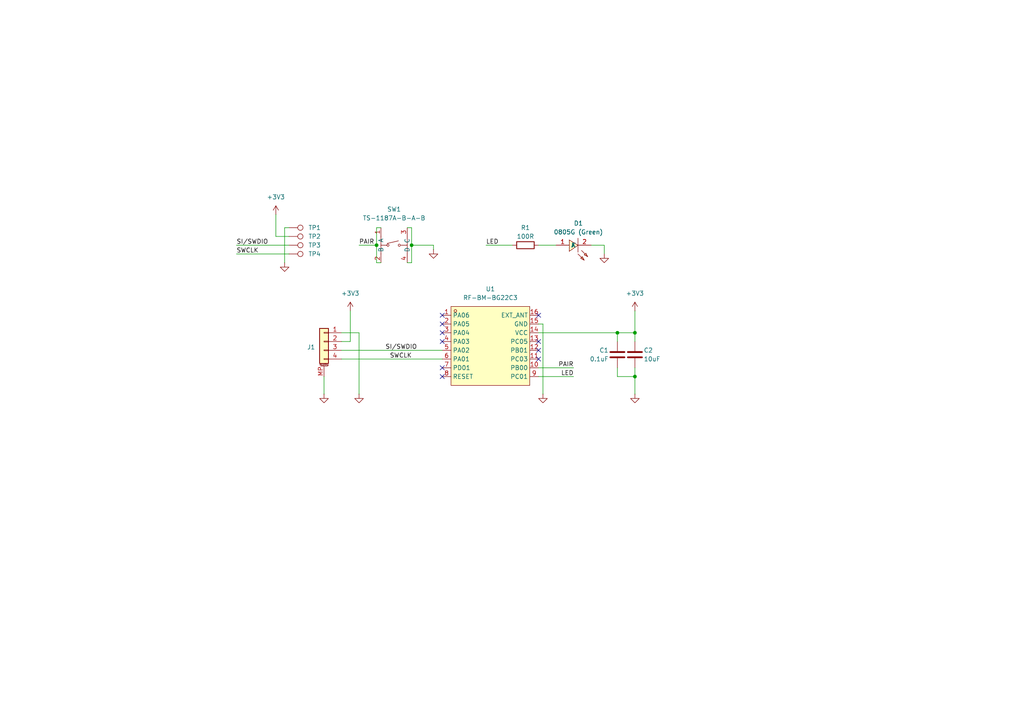
<source format=kicad_sch>
(kicad_sch (version 20231120) (generator "eeschema") (generator_version "8.0")
  (paper "A4")
  (lib_symbols
    (symbol "Connector:TestPoint" (pin_numbers hide) (pin_names (offset 0.762) hide)
      (property "Reference" "TP" (at 0 6.858 0))
      (property "Value" "TestPoint" (at 0 5.08 0))
      (symbol "TestPoint_0_1"
        (circle (center 0 3.302) (radius 0.762))
      )
      (symbol "TestPoint_1_1"
        (pin passive line (at 0 0 90) (length 2.54) (name "1") (number "1"))
      )
    )
    (symbol "Connector_Generic_MountingPin:Conn_01x04_MountingPin" (pin_names (offset 1.016) hide)
      (property "Reference" "J" (at 0 5.08 0))
      (property "Value" "Conn_01x04_MountingPin" (at 1.27 -7.62 0))
      (symbol "Conn_01x04_MountingPin_1_1"
        (rectangle (start -1.27 -4.953) (end 0 -5.207) (stroke (width 0.1524)))
        (rectangle (start -1.27 -2.413) (end 0 -2.667) (stroke (width 0.1524)))
        (rectangle (start -1.27 0.127) (end 0 -0.127) (stroke (width 0.1524)))
        (rectangle (start -1.27 2.667) (end 0 2.413) (stroke (width 0.1524)))
        (rectangle (start -1.27 3.81) (end 1.27 -6.35) (stroke (width 0.254)) (fill (type background)))
        (polyline (pts (xy -1.016 -7.112) (xy 1.016 -7.112)) (stroke (width 0.1524)))
        (text "Mounting" (at 0 -6.731 0) (effects (font (size 0.381 0.381))))
        (pin passive line (at -5.08 2.54 0) (length 3.81) (name "Pin_1") (number "1"))
        (pin passive line (at -5.08 0 0) (length 3.81) (name "Pin_2") (number "2"))
        (pin passive line (at -5.08 -2.54 0) (length 3.81) (name "Pin_3") (number "3"))
        (pin passive line (at -5.08 -5.08 0) (length 3.81) (name "Pin_4") (number "4"))
        (pin passive line (at 0 -10.16 90) (length 3.048) (name "MountPin") (number "MP"))
      )
    )
    (symbol "Device:C" (pin_numbers hide) (pin_names (offset 0.254))
      (property "Reference" "C" (at 0.635 2.54 0))
      (property "Value" "C" (at 0.635 -2.54 0))
      (symbol "C_0_1"
        (polyline (pts (xy -2.032 -0.762) (xy 2.032 -0.762)) (stroke (width 0.508)))
        (polyline (pts (xy -2.032 0.762) (xy 2.032 0.762)) (stroke (width 0.508)))
      )
      (symbol "C_1_1"
        (pin passive line (at 0 3.81 270) (length 2.794) (name "~") (number "1"))
        (pin passive line (at 0 -3.81 90) (length 2.794) (name "~") (number "2"))
      )
    )
    (symbol "Device:R" (pin_numbers hide) (pin_names (offset 0))
      (property "Reference" "R" (at 2.032 0 90))
      (property "Value" "R" (at 0 0 90))
      (symbol "R_0_1"
        (rectangle (start -1.016 -2.54) (end 1.016 2.54) (stroke (width 0.254)))
      )
      (symbol "R_1_1"
        (pin passive line (at 0 3.81 270) (length 1.27) (name "~") (number "1"))
        (pin passive line (at 0 -3.81 90) (length 1.27) (name "~") (number "2"))
      )
    )
    (symbol "LED:0805G(Green)"
      (property "Reference" "LED" (at 0 5.08 0))
      (property "Value" "0805G (Green)" (at 0 -5.08 0))
      (symbol "0805G(Green)_0_1"
        (polyline (pts (xy -2.29 1.52) (xy -4.06 3.3)))
        (polyline (pts (xy -1.27 2.03) (xy -1.27 -2.03)))
        (polyline (pts (xy -1.27 2.54) (xy -3.05 4.32)))
        (polyline (pts (xy -4.06 3.3) (xy -3.05 2.79) (xy -3.56 2.29) (xy -4.06 3.3)) (fill (type background)))
        (polyline (pts (xy -3.05 4.32) (xy -2.03 3.81) (xy -2.54 3.3) (xy -3.05 4.32)) (fill (type background)))
        (polyline (pts (xy 1.27 -1.52) (xy -1.27 0) (xy 1.27 1.78) (xy 1.27 -1.52)) (fill (type background)))
        (pin unspecified line (at 5.08 0 180) (length 3.81) (name "A") (number "1"))
        (pin unspecified line (at -5.08 0 0) (length 3.81) (name "K") (number "2"))
      )
    )
    (symbol "RF-BM-BG22C3:RF-BM-BG22C3"
      (property "Reference" "U" (at 0 13.97 0))
      (property "Value" "RF-BM-BG22C3" (at 0 -13.97 0))
      (symbol "RF-BM-BG22C3_0_1"
        (rectangle (start -11.43 11.43) (end 11.43 -11.43) (fill (type background)))
        (circle (center -10.16 10.16) (radius 0.38))
        (pin unspecified line (at -13.97 8.89 0) (length 2.54) (name "PA06") (number "1"))
        (pin unspecified line (at 13.97 -6.35 180) (length 2.54) (name "PB00") (number "10"))
        (pin unspecified line (at 13.97 -3.81 180) (length 2.54) (name "PC03") (number "11"))
        (pin unspecified line (at 13.97 -1.27 180) (length 2.54) (name "PB01") (number "12"))
        (pin unspecified line (at 13.97 1.27 180) (length 2.54) (name "PC05") (number "13"))
        (pin unspecified line (at 13.97 3.81 180) (length 2.54) (name "VCC") (number "14"))
        (pin unspecified line (at 13.97 6.35 180) (length 2.54) (name "GND") (number "15"))
        (pin unspecified line (at 13.97 8.89 180) (length 2.54) (name "EXT_ANT") (number "16"))
        (pin unspecified line (at -13.97 6.35 0) (length 2.54) (name "PA05") (number "2"))
        (pin unspecified line (at -13.97 3.81 0) (length 2.54) (name "PA04") (number "3"))
        (pin unspecified line (at -13.97 1.27 0) (length 2.54) (name "PA03") (number "4"))
        (pin unspecified line (at -13.97 -1.27 0) (length 2.54) (name "PA02") (number "5"))
        (pin unspecified line (at -13.97 -3.81 0) (length 2.54) (name "PA01") (number "6"))
        (pin unspecified line (at -13.97 -6.35 0) (length 2.54) (name "PD01") (number "7"))
        (pin unspecified line (at -13.97 -8.89 0) (length 2.54) (name "RESET") (number "8"))
        (pin unspecified line (at 13.97 -8.89 180) (length 2.54) (name "PC01") (number "9"))
      )
    )
    (symbol "TS-1187A-B-A-B:TS-1187A-B-A-B"
      (property "Reference" "SW" (at 0 7.62 0))
      (property "Value" "TS-1187A-B-A-B" (at 0 -10.16 0))
      (symbol "TS-1187A-B-A-B_0_1"
        (circle (center 0 -2.79) (radius 0.32))
        (polyline (pts (xy -2.54 -5.08) (xy 2.54 -5.08)))
        (polyline (pts (xy -2.54 2.54) (xy 2.54 2.54)))
        (polyline (pts (xy -0.51 0.76) (xy -1.27 -2.54)))
        (polyline (pts (xy 0 -3.3) (xy 0 -5.08)))
        (polyline (pts (xy 0 0.76) (xy 0 2.54)))
        (circle (center 0 0.51) (radius 0.32))
        (pin unspecified line (at -5.08 2.54 0) (length 2.54) (name "A") (number "1"))
        (pin unspecified line (at 5.08 2.54 180) (length 2.54) (name "B") (number "2"))
        (pin unspecified line (at -5.08 -5.08 0) (length 2.54) (name "C") (number "3"))
        (pin unspecified line (at 5.08 -5.08 180) (length 2.54) (name "D") (number "4"))
      )
    )
    (symbol "power:+3V3" (power) (pin_numbers hide) (pin_names (offset 0) hide)
      (property "Value" "+3V3" (at 0 3.556 0))
      (symbol "+3V3_0_1"
        (polyline (pts (xy -0.762 1.27) (xy 0 2.54)))
        (polyline (pts (xy 0 0) (xy 0 2.54)))
        (polyline (pts (xy 0 2.54) (xy 0.762 1.27)))
      )
      (symbol "+3V3_1_1"
        (pin power_in line (at 0 0 90) (length 0) (name "~") (number "1"))
      )
    )
    (symbol "power:GND" (power) (pin_numbers hide) (pin_names (offset 0) hide)
      (property "Value" "GND" (at 0 -3.81 0))
      (symbol "GND_0_1"
        (polyline (pts (xy 0 0) (xy 0 -1.27) (xy 1.27 -1.27) (xy 0 -2.54) (xy -1.27 -1.27) (xy 0 -1.27)))
      )
      (symbol "GND_1_1"
        (pin power_in line (at 0 0 270) (length 0) (name "~") (number "1"))
      )
    )
  )
  (junction (at 119.38 71.12))
  (junction (at 179.07 96.52))
  (junction (at 109.22 71.12))
  (junction (at 184.15 109.22))
  (junction (at 184.15 96.52))
  (no_connect (at 156.21 99.06))
  (no_connect (at 128.27 109.22))
  (no_connect (at 128.27 99.06))
  (no_connect (at 156.21 91.44))
  (no_connect (at 128.27 96.52))
  (no_connect (at 128.27 91.44))
  (no_connect (at 156.21 101.6))
  (no_connect (at 128.27 106.68))
  (no_connect (at 156.21 104.14))
  (no_connect (at 128.27 93.98))
  (wire (pts (xy 179.07 106.68) (xy 179.07 109.22)))
  (wire (pts (xy 109.22 66.04) (xy 110.49 66.04)))
  (wire (pts (xy 80.01 68.58) (xy 80.01 62.23)))
  (wire (pts (xy 119.38 71.12) (xy 119.38 66.04)))
  (wire (pts (xy 119.38 71.12) (xy 125.73 71.12)))
  (wire (pts (xy 119.38 76.2) (xy 119.38 71.12)))
  (wire (pts (xy 179.07 109.22) (xy 184.15 109.22)))
  (wire (pts (xy 140.97 71.12) (xy 148.59 71.12)))
  (wire (pts (xy 99.06 96.52) (xy 104.14 96.52)))
  (wire (pts (xy 156.21 96.52) (xy 179.07 96.52)))
  (wire (pts (xy 101.6 90.17) (xy 101.6 99.06)))
  (wire (pts (xy 119.38 66.04) (xy 118.11 66.04)))
  (wire (pts (xy 156.21 93.98) (xy 157.48 93.98)))
  (wire (pts (xy 156.21 71.12) (xy 161.29 71.12)))
  (wire (pts (xy 156.21 109.22) (xy 166.37 109.22)))
  (wire (pts (xy 179.07 96.52) (xy 184.15 96.52)))
  (wire (pts (xy 82.55 66.04) (xy 82.55 76.2)))
  (wire (pts (xy 184.15 109.22) (xy 184.15 114.3)))
  (wire (pts (xy 109.22 71.12) (xy 109.22 66.04)))
  (wire (pts (xy 99.06 101.6) (xy 128.27 101.6)))
  (wire (pts (xy 175.26 73.66) (xy 175.26 71.12)))
  (wire (pts (xy 93.98 114.3) (xy 93.98 109.22)))
  (wire (pts (xy 118.11 76.2) (xy 119.38 76.2)))
  (wire (pts (xy 83.82 66.04) (xy 82.55 66.04)))
  (wire (pts (xy 68.58 73.66) (xy 83.82 73.66)))
  (wire (pts (xy 110.49 76.2) (xy 109.22 76.2)))
  (wire (pts (xy 157.48 93.98) (xy 157.48 114.3)))
  (wire (pts (xy 171.45 71.12) (xy 175.26 71.12)))
  (wire (pts (xy 179.07 96.52) (xy 179.07 99.06)))
  (wire (pts (xy 104.14 71.12) (xy 109.22 71.12)))
  (wire (pts (xy 184.15 109.22) (xy 184.15 106.68)))
  (wire (pts (xy 68.58 71.12) (xy 83.82 71.12)))
  (wire (pts (xy 99.06 104.14) (xy 128.27 104.14)))
  (wire (pts (xy 125.73 71.12) (xy 125.73 72.39)))
  (wire (pts (xy 156.21 106.68) (xy 166.37 106.68)))
  (wire (pts (xy 99.06 99.06) (xy 101.6 99.06)))
  (wire (pts (xy 109.22 76.2) (xy 109.22 71.12)))
  (wire (pts (xy 104.14 96.52) (xy 104.14 114.3)))
  (wire (pts (xy 184.15 96.52) (xy 184.15 99.06)))
  (wire (pts (xy 184.15 90.17) (xy 184.15 96.52)))
  (wire (pts (xy 83.82 68.58) (xy 80.01 68.58)))
  (label "PAIR" (at 166.37 106.68 180))
  (label "SI{slash}SWDIO" (at 68.58 71.12 0))
  (label "SWCLK" (at 68.58 73.66 0))
  (label "LED" (at 140.97 71.12 0))
  (label "PAIR" (at 104.14 71.12 0))
  (label "LED" (at 166.37 109.22 180))
  (label "SWCLK" (at 113.03 104.14 0))
  (label "SI{slash}SWDIO" (at 111.76 101.6 0))
  (symbol (lib_id "Device:R") (at 152.4 71.12 270) (mirror x) (unit 1)
    (property "Reference" "R1" (at 152.4 66.04 90))
    (property "Value" "100R" (at 152.4 68.58 90))
    (property "Footprint" "Resistor_SMD:R_0402_1005Metric" (effects (hide yes)))
    (property "Description" "Resistor" (effects (hide yes)))
    (property "LCSC" "C25076" (effects (hide yes)))
  )
  (symbol (lib_id "RF-BM-BG22C3:RF-BM-BG22C3") (at 142.24 100.33 0) (unit 1)
    (property "Reference" "U1" (at 142.24 83.82 0))
    (property "Value" "RF-BM-BG22C3" (at 142.24 86.36 0))
    (property "Footprint" "project-footprints:WIFI-SMD_15P-P1.00-L8.0-W8.0-P1.00_RF-BM-BG22C3" (effects (hide yes)))
    (property "LCSC" "C5369196" (effects (hide yes)))
  )
  (symbol (lib_id "power:GND") (at 82.55 76.2 0) (unit 1)
    (property "Reference" "#PWR010" (effects (hide yes)))
    (property "Value" "GND" (effects (hide yes)))
    (property "Description" "Power symbol creates a global label with name \"GND\" , ground" (effects (hide yes)))
  )
  (symbol (lib_id "Connector:TestPoint") (at 83.82 66.04 270) (unit 1) (in_bom no)
    (property "Reference" "TP1" (at 89.408 66.04 90) (effects (justify left)))
    (property "Value" "G" (effects (hide yes)))
    (property "Footprint" "TestPoint:TestPoint_Pad_D1.0mm" (effects (hide yes)))
    (property "Description" "test point" (effects (hide yes)))
  )
  (symbol (lib_id "power:GND") (at 157.48 114.3 0) (unit 1)
    (property "Reference" "#PWR02" (effects (hide yes)))
    (property "Value" "GND" (effects (hide yes)))
    (property "Description" "Power symbol creates a global label with name \"GND\" , ground" (effects (hide yes)))
  )
  (symbol (lib_id "power:GND") (at 104.14 114.3 0) (unit 1)
    (property "Reference" "#PWR04" (effects (hide yes)))
    (property "Value" "GND" (effects (hide yes)))
    (property "Description" "Power symbol creates a global label with name \"GND\" , ground" (effects (hide yes)))
  )
  (symbol (lib_id "Connector_Generic_MountingPin:Conn_01x04_MountingPin") (at 93.98 99.06 0) (mirror y) (unit 1)
    (property "Reference" "J1" (at 91.44 100.6855 0) (effects (justify left)))
    (property "Value" "Conn_01x04_MountingPin" (effects (hide yes)))
    (property "Footprint" "Connector_JST:JST_SH_SM04B-SRSS-TB_1x04-1MP_P1.00mm_Horizontal" (effects (hide yes)))
    (property "Description" "Generic connectable mounting pin connector, single row, 01x04, script generated (kicad-library-utils/schlib/autogen/connector/)" (effects (hide yes)))
    (property "LCSC" "C160404" (effects (hide yes)))
  )
  (symbol (lib_id "Connector:TestPoint") (at 83.82 71.12 270) (unit 1) (in_bom no)
    (property "Reference" "TP3" (at 89.408 71.12 90) (effects (justify left)))
    (property "Value" "D" (effects (hide yes)))
    (property "Footprint" "TestPoint:TestPoint_Pad_D1.0mm" (effects (hide yes)))
    (property "Description" "test point" (effects (hide yes)))
  )
  (symbol (lib_id "Connector:TestPoint") (at 83.82 73.66 270) (unit 1) (in_bom no)
    (property "Reference" "TP4" (at 89.408 73.66 90) (effects (justify left)))
    (property "Value" "C" (effects (hide yes)))
    (property "Footprint" "TestPoint:TestPoint_Pad_D1.0mm" (effects (hide yes)))
    (property "Description" "test point" (effects (hide yes)))
  )
  (symbol (lib_id "power:GND") (at 184.15 114.3 0) (unit 1)
    (property "Reference" "#PWR01" (effects (hide yes)))
    (property "Value" "GND" (effects (hide yes)))
    (property "Description" "Power symbol creates a global label with name \"GND\" , ground" (effects (hide yes)))
  )
  (symbol (lib_id "TS-1187A-B-A-B:TS-1187A-B-A-B") (at 113.03 71.12 90) (mirror x) (unit 1)
    (property "Reference" "SW1" (at 114.3 60.706 90))
    (property "Value" "TS-1187A-B-A-B" (at 114.3 63.246 90))
    (property "Footprint" "project-footprints:SW-SMD_4P-L5.1-W5.1-P3.70-LS6.5-TL-2" (effects (hide yes)))
    (property "Datasheet" "https://lcsc.com/product-detail/Tactile-Switches_XKB-Enterprise-TS-1187-B-A-A_C318884.html" (effects (hide yes)))
    (property "LCSC Part" "C318884" (effects (hide yes)))
  )
  (symbol (lib_id "power:GND") (at 93.98 114.3 0) (unit 1)
    (property "Reference" "#PWR03" (effects (hide yes)))
    (property "Value" "GND" (effects (hide yes)))
    (property "Description" "Power symbol creates a global label with name \"GND\" , ground" (effects (hide yes)))
  )
  (symbol (lib_id "LED:0805G(Green)") (at 166.37 71.12 180) (unit 1)
    (property "Reference" "D1" (at 167.765 64.77 0))
    (property "Value" "0805G (Green)" (at 167.765 67.31 0))
    (property "Footprint" "project-footprints:LED0805-R-RD" (effects (hide yes)))
    (property "Datasheet" "https://lcsc.com/product-detail/Light-Emitting-Diodes-LED_Green-0805-Highlighted_C2297.html" (effects (hide yes)))
    (property "LCSC Part" "C2297" (effects (hide yes)))
  )
  (symbol (lib_id "power:+3V3") (at 101.6 90.17 0) (unit 1)
    (property "Reference" "#PWR05" (effects (hide yes)))
    (property "Value" "+3V3" (at 101.6 85.09 0))
    (property "Description" "Power symbol creates a global label with name \"+3V3\"" (effects (hide yes)))
  )
  (symbol (lib_id "Connector:TestPoint") (at 83.82 68.58 270) (unit 1) (in_bom no)
    (property "Reference" "TP2" (at 89.408 68.58 90) (effects (justify left)))
    (property "Value" "V" (effects (hide yes)))
    (property "Footprint" "TestPoint:TestPoint_Pad_D1.0mm" (effects (hide yes)))
    (property "Description" "test point" (effects (hide yes)))
  )
  (symbol (lib_id "power:+3V3") (at 184.15 90.17 0) (unit 1)
    (property "Reference" "#PWR06" (effects (hide yes)))
    (property "Value" "+3V3" (at 184.15 85.09 0))
    (property "Description" "Power symbol creates a global label with name \"+3V3\"" (effects (hide yes)))
  )
  (symbol (lib_id "power:GND") (at 125.73 72.39 0) (unit 1)
    (property "Reference" "#PWR08" (effects (hide yes)))
    (property "Value" "GND" (effects (hide yes)))
    (property "Description" "Power symbol creates a global label with name \"GND\" , ground" (effects (hide yes)))
  )
  (symbol (lib_id "Device:C") (at 179.07 102.87 0) (mirror y) (unit 1)
    (property "Reference" "C1" (at 176.53 101.6 0) (effects (justify left)))
    (property "Value" "0.1uF" (at 176.53 104.14 0) (effects (justify left)))
    (property "Footprint" "Capacitor_SMD:C_0402_1005Metric" (effects (hide yes)))
    (property "Description" "Unpolarized capacitor" (effects (hide yes)))
    (property "LCSC" "C1525" (effects (hide yes)))
  )
  (symbol (lib_id "power:+3V3") (at 80.01 62.23 0) (unit 1)
    (property "Reference" "#PWR09" (effects (hide yes)))
    (property "Value" "+3V3" (at 80.01 57.15 0))
    (property "Description" "Power symbol creates a global label with name \"+3V3\"" (effects (hide yes)))
  )
  (symbol (lib_id "power:GND") (at 175.26 73.66 0) (unit 1)
    (property "Reference" "#PWR07" (effects (hide yes)))
    (property "Value" "GND" (effects (hide yes)))
    (property "Description" "Power symbol creates a global label with name \"GND\" , ground" (effects (hide yes)))
  )
  (symbol (lib_id "Device:C") (at 184.15 102.87 0) (unit 1)
    (property "Reference" "C2" (at 186.69 101.6 0) (effects (justify left)))
    (property "Value" "10uF" (at 186.69 104.14 0) (effects (justify left)))
    (property "Footprint" "Capacitor_SMD:C_0402_1005Metric" (effects (hide yes)))
    (property "Description" "Unpolarized capacitor" (effects (hide yes)))
    (property "LCSC" "C15525" (effects (hide yes)))
  )
)
</source>
